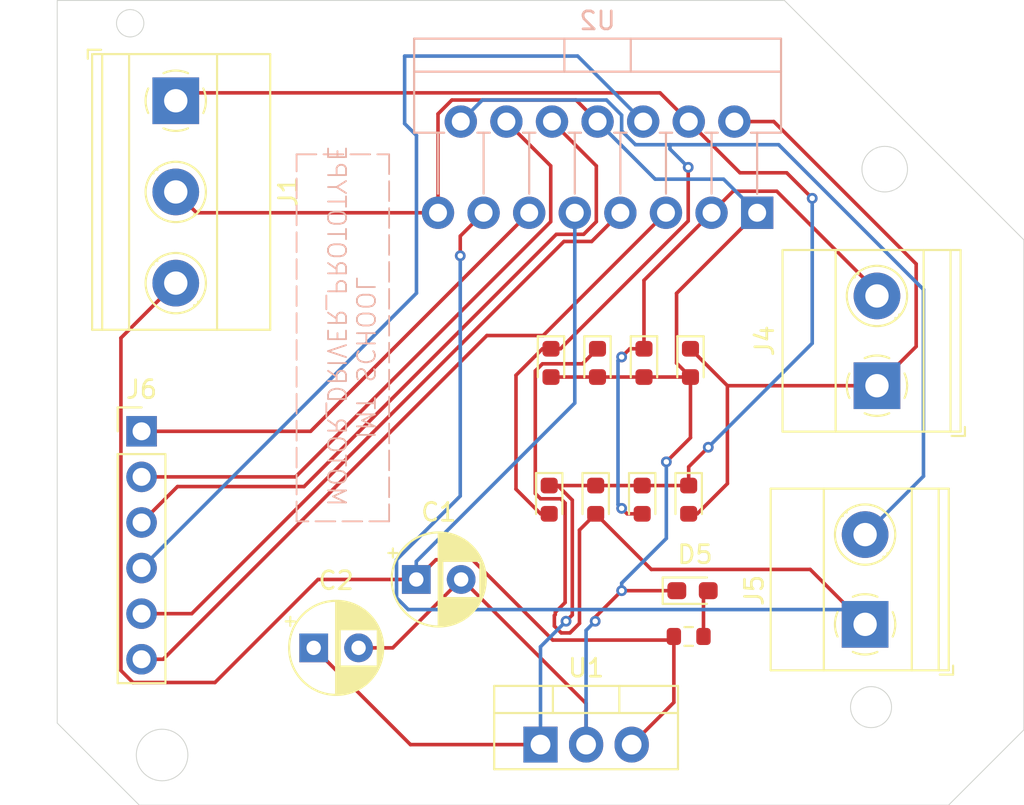
<source format=kicad_pcb>
(kicad_pcb (version 20240108) (generator "pcbnew") (generator_version "8.0")
  (layers (0 "F.Cu" signal) (31 "B.Cu" signal) (34 "B.Paste" user) (35 "F.Paste" user) (36 "B.SilkS" user "B.Silkscreen") (37 "F.SilkS" user "F.Silkscreen") (38 "B.Mask" user) (39 "F.Mask" user) (44 "Edge.Cuts" user))
  (net 0 "")
  (net 1 "/GND")
  (net 2 "/5V")
  (net 3 "/VCC")
  (net 4 "Net-(D5-A)")
  (net 5 "/A_OUT1")
  (net 6 "/A_OUT2")
  (net 7 "/B_OUT3")
  (net 8 "/B_OUT4")
  (net 9 "/IN4")
  (net 10 "/IN2")
  (net 11 "/IN1")
  (net 12 "/EnB")
  (net 13 "/IN3")
  (net 14 "/EnA")
  (footprint "TerminalBlock_Phoenix:TerminalBlock_Phoenix_MKDS-1,5-2_1x02_P5.00mm_Horizontal" (layer "F.Cu") (at 217.475 87.59 90)
    (property "Reference" "J5" (at 1.89 -6.175 90) (layer "F.SilkS"))
    (property "Value" "MotorB_Output")
    (pad "1" thru_hole rect (at 0 0 90) (size 2.6 2.6) (drill 1.3) (layers "*.Cu" "*.Mask") (net 7 "/B_OUT3"))
    (pad "2" thru_hole circle (at 5 0 90) (size 2.6 2.6) (drill 1.3) (layers "*.Cu" "*.Mask") (net 8 "/B_OUT4"))
  )
  (footprint "Resistor_SMD:R_0603_1608Metric" (layer "F.Cu") (at 207.645 88.265)
    (property "Reference" "R1" (hide yes))
    (property "Value" "1K")
    (pad "1" smd roundrect (at -0.825 0) (size 0.8 0.95) (layers "F.Cu" "F.Paste" "F.Mask") (net 2 "/5V"))
    (pad "2" smd roundrect (at 0.825 0) (size 0.8 0.95) (layers "F.Cu" "F.Paste" "F.Mask") (net 4 "Net-(D5-A)"))
  )
  (footprint "TerminalBlock_Phoenix:TerminalBlock_Phoenix_MKDS-1,5-3-5.08_1x03_P5.08mm_Horizontal" (layer "F.Cu") (at 179.07 58.42 -90)
    (property "Reference" "J1" (at 5.08 -6.26 90) (layer "F.SilkS"))
    (property "Value" "Power")
    (pad "1" thru_hole rect (at 0 0 270) (size 2.6 2.6) (drill 1.3) (layers "*.Cu" "*.Mask") (net 3 "/VCC"))
    (pad "2" thru_hole circle (at 5.08 0 270) (size 2.6 2.6) (drill 1.3) (layers "*.Cu" "*.Mask") (net 1 "/GND"))
    (pad "3" thru_hole circle (at 10.16 0 270) (size 2.6 2.6) (drill 1.3) (layers "*.Cu" "*.Mask") (net 2 "/5V"))
  )
  (footprint "Capacitor_THT:CP_Radial_D5.0mm_P2.50mm" (layer "F.Cu") (at 186.754888 88.9)
    (property "Reference" "C2" (at 1.25 -3.75 0) (layer "F.SilkS"))
    (property "Value" "220uf")
    (pad "1" thru_hole rect (at 0 0) (size 1.6 1.6) (drill 0.8) (layers "*.Cu" "*.Mask") (net 3 "/VCC"))
    (pad "2" thru_hole circle (at 2.5 0) (size 1.6 1.6) (drill 0.8) (layers "*.Cu" "*.Mask") (net 1 "/GND"))
  )
  (footprint "Capacitor_THT:CP_Radial_D5.0mm_P2.50mm" (layer "F.Cu") (at 192.469888 85.09)
    (property "Reference" "C1" (at 1.25 -3.75 0) (layer "F.SilkS"))
    (property "Value" "220uf")
    (pad "1" thru_hole rect (at 0 0) (size 1.6 1.6) (drill 0.8) (layers "*.Cu" "*.Mask") (net 2 "/5V"))
    (pad "2" thru_hole circle (at 2.5 0) (size 1.6 1.6) (drill 0.8) (layers "*.Cu" "*.Mask") (net 1 "/GND"))
  )
  (footprint "Diode_SMD:D_0603_1608Metric" (layer "F.Cu") (at 205.155 73.025 -90)
    (property "Reference" "D2" (hide yes))
    (property "Value" "D" (hide yes))
    (pad "1" smd roundrect (at -0.7875 0 270) (size 0.875 0.95) (layers "F.Cu" "F.Paste" "F.Mask") (net 6 "/A_OUT2"))
    (pad "2" smd roundrect (at 0.7875 0 270) (size 0.875 0.95) (layers "F.Cu" "F.Paste" "F.Mask") (net 1 "/GND"))
  )
  (footprint "Diode_SMD:D_0603_1608Metric" (layer "F.Cu") (at 199.975 73.025 -90)
    (property "Reference" "D4" (hide yes))
    (property "Value" "D" (hide yes))
    (pad "1" smd roundrect (at -0.7875 0 270) (size 0.875 0.95) (layers "F.Cu" "F.Paste" "F.Mask") (net 8 "/B_OUT4"))
    (pad "2" smd roundrect (at 0.7875 0 270) (size 0.875 0.95) (layers "F.Cu" "F.Paste" "F.Mask") (net 1 "/GND"))
  )
  (footprint "Connector_PinHeader_2.54mm:PinHeader_1x06_P2.54mm_Vertical" (layer "F.Cu") (at 177.165 76.835)
    (property "Reference" "J6" (at 0 -2.33 0) (layer "F.SilkS"))
    (property "Value" "Motor_Pins_Direction")
    (pad "1" thru_hole rect (at 0 0) (size 1.7 1.7) (drill 1) (layers "*.Cu" "*.Mask") (net 12 "/EnB"))
    (pad "2" thru_hole oval (at 0 2.54) (size 1.7 1.7) (drill 1) (layers "*.Cu" "*.Mask") (net 9 "/IN4"))
    (pad "3" thru_hole oval (at 0 5.08) (size 1.7 1.7) (drill 1) (layers "*.Cu" "*.Mask") (net 13 "/IN3"))
    (pad "4" thru_hole oval (at 0 7.62) (size 1.7 1.7) (drill 1) (layers "*.Cu" "*.Mask") (net 14 "/EnA"))
    (pad "5" thru_hole oval (at 0 10.16) (size 1.7 1.7) (drill 1) (layers "*.Cu" "*.Mask") (net 10 "/IN2"))
    (pad "6" thru_hole oval (at 0 12.7) (size 1.7 1.7) (drill 1) (layers "*.Cu" "*.Mask") (net 11 "/IN1"))
  )
  (footprint "TerminalBlock_Phoenix:TerminalBlock_Phoenix_MKDS-1,5-2_1x02_P5.00mm_Horizontal" (layer "F.Cu") (at 218.135 74.295 90)
    (property "Reference" "J4" (at 2.5 -6.26 90) (layer "F.SilkS"))
    (property "Value" "MotorA_Output")
    (pad "1" thru_hole rect (at 0 0 90) (size 2.6 2.6) (drill 1.3) (layers "*.Cu" "*.Mask") (net 5 "/A_OUT1"))
    (pad "2" thru_hole circle (at 5 0 90) (size 2.6 2.6) (drill 1.3) (layers "*.Cu" "*.Mask") (net 6 "/A_OUT2"))
  )
  (footprint "Package_TO_SOT_THT:TO-220-3_Vertical" (layer "F.Cu") (at 199.39 94.29)
    (property "Reference" "U1" (at 2.54 -4.27 0) (layer "F.SilkS"))
    (property "Value" "LM78M05_TO220")
    (pad "1" thru_hole rect (at 0 0) (size 1.905 2) (drill 1.1) (layers "*.Cu" "*.Mask") (net 3 "/VCC"))
    (pad "2" thru_hole oval (at 2.54 0) (size 1.905 2) (drill 1.1) (layers "*.Cu" "*.Mask") (net 1 "/GND"))
    (pad "3" thru_hole oval (at 5.08 0) (size 1.905 2) (drill 1.1) (layers "*.Cu" "*.Mask") (net 2 "/5V"))
  )
  (footprint "Diode_SMD:D_0603_1608Metric" (layer "F.Cu") (at 207.645 80.645 -90)
    (property "Reference" "D6" (hide yes))
    (property "Value" "D")
    (pad "1" smd roundrect (at -0.7875 0 270) (size 0.875 0.95) (layers "F.Cu" "F.Paste" "F.Mask") (net 3 "/VCC"))
    (pad "2" smd roundrect (at 0.7875 0 270) (size 0.875 0.95) (layers "F.Cu" "F.Paste" "F.Mask") (net 5 "/A_OUT1"))
  )
  (footprint "Diode_SMD:D_0603_1608Metric" (layer "F.Cu") (at 207.745 73.025 -90)
    (property "Reference" "D1" (hide yes))
    (property "Value" "D" (hide yes))
    (pad "1" smd roundrect (at -0.7875 0 270) (size 0.875 0.95) (layers "F.Cu" "F.Paste" "F.Mask") (net 5 "/A_OUT1"))
    (pad "2" smd roundrect (at 0.7875 0 270) (size 0.875 0.95) (layers "F.Cu" "F.Paste" "F.Mask") (net 1 "/GND"))
  )
  (footprint "LED_SMD:LED_0603_1608Metric_Pad1.05x0.95mm_HandSolder" (layer "F.Cu") (at 207.86 85.715)
    (property "Reference" "D5" (at 0.14 -2.015 0) (layer "F.SilkS"))
    (property "Value" "LED" (hide yes))
    (pad "1" smd roundrect (at -0.875 0) (size 1.05 0.95) (layers "F.Cu" "F.Paste" "F.Mask") (net 1 "/GND"))
    (pad "2" smd roundrect (at 0.875 0) (size 1.05 0.95) (layers "F.Cu" "F.Paste" "F.Mask") (net 4 "Net-(D5-A)"))
  )
  (footprint "Diode_SMD:D_0603_1608Metric" (layer "F.Cu") (at 205.055 80.645 -90)
    (property "Reference" "D7" (hide yes))
    (property "Value" "D")
    (pad "1" smd roundrect (at -0.7875 0 270) (size 0.875 0.95) (layers "F.Cu" "F.Paste" "F.Mask") (net 3 "/VCC"))
    (pad "2" smd roundrect (at 0.7875 0 270) (size 0.875 0.95) (layers "F.Cu" "F.Paste" "F.Mask") (net 6 "/A_OUT2"))
  )
  (footprint "Diode_SMD:D_0603_1608Metric" (layer "F.Cu") (at 202.465 80.645 -90)
    (property "Reference" "D8" (hide yes))
    (property "Value" "D")
    (pad "1" smd roundrect (at -0.7875 0 270) (size 0.875 0.95) (layers "F.Cu" "F.Paste" "F.Mask") (net 3 "/VCC"))
    (pad "2" smd roundrect (at 0.7875 0 270) (size 0.875 0.95) (layers "F.Cu" "F.Paste" "F.Mask") (net 7 "/B_OUT3"))
  )
  (footprint "Diode_SMD:D_0603_1608Metric" (layer "F.Cu") (at 199.875 80.645 -90)
    (property "Reference" "D9" (hide yes))
    (property "Value" "D")
    (pad "1" smd roundrect (at -0.7875 0 270) (size 0.875 0.95) (layers "F.Cu" "F.Paste" "F.Mask") (net 3 "/VCC"))
    (pad "2" smd roundrect (at 0.7875 0 270) (size 0.875 0.95) (layers "F.Cu" "F.Paste" "F.Mask") (net 8 "/B_OUT4"))
  )
  (footprint "Diode_SMD:D_0603_1608Metric" (layer "F.Cu") (at 202.565 73.025 -90)
    (property "Reference" "D3" (hide yes))
    (property "Value" "D" (hide yes))
    (pad "1" smd roundrect (at -0.7875 0 270) (size 0.875 0.95) (layers "F.Cu" "F.Paste" "F.Mask") (net 7 "/B_OUT3"))
    (pad "2" smd roundrect (at 0.7875 0 270) (size 0.875 0.95) (layers "F.Cu" "F.Paste" "F.Mask") (net 1 "/GND"))
  )
  (footprint "Package_TO_SOT_THT:TO-220-15_P2.54x2.54mm_StaggerOdd_Lead4.58mm_Vertical" (layer "B.Cu") (at 211.46 64.66 180)
    (property "Reference" "U2" (at 8.89 10.7 0) (layer "B.SilkS") (effects (justify mirror)))
    (property "Value" "L298N")
    (pad "1" thru_hole rect (at 0 0 180) (size 1.8 1.8) (drill 1) (layers "*.Cu" "*.Mask") (net 1 "/GND"))
    (pad "2" thru_hole oval (at 1.27 5.08 180) (size 1.8 1.8) (drill 1) (layers "*.Cu" "*.Mask") (net 5 "/A_OUT1"))
    (pad "3" thru_hole oval (at 2.54 0 180) (size 1.8 1.8) (drill 1) (layers "*.Cu" "*.Mask") (net 6 "/A_OUT2"))
    (pad "4" thru_hole oval (at 3.81 5.08 180) (size 1.8 1.8) (drill 1) (layers "*.Cu" "*.Mask") (net 3 "/VCC"))
    (pad "5" thru_hole oval (at 5.08 0 180) (size 1.8 1.8) (drill 1) (layers "*.Cu" "*.Mask") (net 11 "/IN1"))
    (pad "6" thru_hole oval (at 6.35 5.08 180) (size 1.8 1.8) (drill 1) (layers "*.Cu" "*.Mask") (net 14 "/EnA"))
    (pad "7" thru_hole oval (at 7.62 0 180) (size 1.8 1.8) (drill 1) (layers "*.Cu" "*.Mask") (net 10 "/IN2"))
    (pad "8" thru_hole oval (at 8.89 5.08 180) (size 1.8 1.8) (drill 1) (layers "*.Cu" "*.Mask") (net 1 "/GND"))
    (pad "9" thru_hole oval (at 10.16 0 180) (size 1.8 1.8) (drill 1) (layers "*.Cu" "*.Mask") (net 2 "/5V"))
    (pad "10" thru_hole oval (at 11.43 5.08 180) (size 1.8 1.8) (drill 1) (layers "*.Cu" "*.Mask") (net 13 "/IN3"))
    (pad "11" thru_hole oval (at 12.7 0 180) (size 1.8 1.8) (drill 1) (layers "*.Cu" "*.Mask") (net 12 "/EnB"))
    (pad "12" thru_hole oval (at 13.97 5.08 180) (size 1.8 1.8) (drill 1) (layers "*.Cu" "*.Mask") (net 9 "/IN4"))
    (pad "13" thru_hole oval (at 15.24 0 180) (size 1.8 1.8) (drill 1) (layers "*.Cu" "*.Mask") (net 7 "/B_OUT3"))
    (pad "14" thru_hole oval (at 16.51 5.08 180) (size 1.8 1.8) (drill 1) (layers "*.Cu" "*.Mask") (net 8 "/B_OUT4"))
    (pad "15" thru_hole oval (at 17.78 0 180) (size 1.8 1.8) (drill 1) (layers "*.Cu" "*.Mask") (net 1 "/GND"))
  )
  (gr_circle (center 218.567 62.23) (end 218.567 63.5) (stroke (width 0.05)) (fill none) (layer "Edge.Cuts"))
  (gr_circle (center 176.53 54.102) (end 175.768 54.102) (stroke (width 0.05)) (fill none) (layer "Edge.Cuts"))
  (gr_poly (pts (xy 172.466 52.832) (xy 172.466 93.091) (xy 177.038 97.663) (xy 222.123 97.663) (xy 226.314 93.472) (xy 226.314 66.167) (xy 212.979 52.832)) (stroke (width 0.05)) (fill none) (layer "Edge.Cuts"))
  (gr_circle (center 217.805 92.202) (end 217.805 93.345) (stroke (width 0.05)) (fill none) (layer "Edge.Cuts"))
  (gr_circle (center 178.308 94.869) (end 179.324 95.885) (stroke (width 0.05)) (fill none) (layer "Edge.Cuts"))
  (gr_text_box "	IMT SCHOOL \nMOTOR_DRIVER_PROTOTYPE" (start 185.801 61.4045) (end 190.9572 81.8515) (angle 270) (layer "B.SilkS") (effects (font (size 1 1) (thickness 0.1)) (justify left top mirror)) (border yes) (stroke (width 0.1) (type dash)))
  (segment (start 205.155 73.8125) (end 202.565 73.8125) (width 0.2) (layer "F.Cu") (net 1))
  (segment (start 193.68 64.66) (end 193.68 59.152943) (width 0.2) (layer "F.Cu") (net 1))
  (segment (start 201.37 58.38) (end 202.57 59.58) (width 0.2) (layer "F.Cu") (net 1))
  (segment (start 194.452943 58.38) (end 201.37 58.38) (width 0.2) (layer "F.Cu") (net 1))
  (segment (start 194.969888 85.09) (end 195.0212 85.09) (width 0.2) (layer "F.Cu") (net 1))
  (segment (start 193.68 59.152943) (end 194.452943 58.38) (width 0.2) (layer "F.Cu") (net 1))
  (segment (start 206.97 73.0375) (end 206.97 69.15) (width 0.2) (layer "F.Cu") (net 1))
  (segment (start 206.97 69.15) (end 211.46 64.66) (width 0.2) (layer "F.Cu") (net 1))
  (segment (start 202.438 87.1882) (end 202.438 87.4164) (width 0.2) (layer "F.Cu") (net 1))
  (segment (start 195.0212 85.09) (end 201.93 91.9988) (width 0.2) (layer "F.Cu") (net 1))
  (segment (start 203.9112 85.715) (end 202.438 87.1882) (width 0.2) (layer "F.Cu") (net 1))
  (segment (start 207.745 77.1922) (end 206.4004 78.5368) (width 0.2) (layer "F.Cu") (net 1))
  (segment (start 207.745 73.8125) (end 207.745 77.1922) (width 0.2) (layer "F.Cu") (net 1))
  (segment (start 191.159888 88.9) (end 194.969888 85.09) (width 0.2) (layer "F.Cu") (net 1))
  (segment (start 207.745 73.8125) (end 205.155 73.8125) (width 0.2) (layer "F.Cu") (net 1))
  (segment (start 207.745 73.8125) (end 206.97 73.0375) (width 0.2) (layer "F.Cu") (net 1))
  (segment (start 193.68 64.66) (end 180.23 64.66) (width 0.2) (layer "F.Cu") (net 1))
  (segment (start 201.93 91.9988) (end 201.93 94.29) (width 0.2) (layer "F.Cu") (net 1))
  (segment (start 189.254888 88.9) (end 191.159888 88.9) (width 0.2) (layer "F.Cu") (net 1))
  (segment (start 199.975 73.8125) (end 202.565 73.8125) (width 0.2) (layer "F.Cu") (net 1))
  (segment (start 206.985 85.715) (end 203.9112 85.715) (width 0.2) (layer "F.Cu") (net 1))
  (segment (start 180.23 64.66) (end 179.07 63.5) (width 0.2) (layer "F.Cu") (net 1))
  (via (at 203.9112 85.715) (size 0.6) (drill 0.3) (layers "F.Cu" "B.Cu") (net 1))
  (via (at 206.4004 78.5368) (size 0.6) (drill 0.3) (layers "F.Cu" "B.Cu") (net 1))
  (via (at 202.438 87.4164) (size 0.6) (drill 0.3) (layers "F.Cu" "B.Cu") (net 1))
  (segment (start 202.57 59.58) (end 205.7788 62.7888) (width 0.2) (layer "B.Cu") (net 1))
  (segment (start 203.9112 85.2932) (end 203.9112 85.715) (width 0.2) (layer "B.Cu") (net 1))
  (segment (start 201.93 87.9244) (end 202.438 87.4164) (width 0.2) (layer "B.Cu") (net 1))
  (segment (start 209.5888 62.7888) (end 211.46 64.66) (width 0.2) (layer "B.Cu") (net 1))
  (segment (start 205.7788 62.7888) (end 209.5888 62.7888) (width 0.2) (layer "B.Cu") (net 1))
  (segment (start 206.4004 78.5368) (end 206.4004 82.804) (width 0.2) (layer "B.Cu") (net 1))
  (segment (start 206.4004 82.804) (end 203.9112 85.2932) (width 0.2) (layer "B.Cu") (net 1))
  (segment (start 201.93 94.29) (end 201.93 87.9244) (width 0.2) (layer "B.Cu") (net 1))
  (segment (start 204.47 94.29) (end 206.82 91.94) (width 0.2) (layer "F.Cu") (net 2))
  (segment (start 195.5976 83.99) (end 200.074 88.4664) (width 0.2) (layer "F.Cu") (net 2))
  (segment (start 200.074 88.4664) (end 206.6186 88.4664) (width 0.2) (layer "F.Cu") (net 2))
  (segment (start 192.469888 85.09) (end 193.569888 83.99) (width 0.2) (layer "F.Cu") (net 2))
  (segment (start 193.569888 83.99) (end 195.5976 83.99) (width 0.2) (layer "F.Cu") (net 2))
  (segment (start 176.015 90.163) (end 176.6824 90.8304) (width 0.2) (layer "F.Cu") (net 2))
  (segment (start 206.82 91.94) (end 206.82 88.265) (width 0.2) (layer "F.Cu") (net 2))
  (segment (start 176.015 71.635) (end 176.015 90.163) (width 0.2) (layer "F.Cu") (net 2))
  (segment (start 206.6186 88.4664) (end 206.82 88.265) (width 0.2) (layer "F.Cu") (net 2))
  (segment (start 179.07 68.58) (end 176.015 71.635) (width 0.2) (layer "F.Cu") (net 2))
  (segment (start 181.2544 90.8304) (end 186.9948 85.09) (width 0.2) (layer "F.Cu") (net 2))
  (segment (start 176.6824 90.8304) (end 181.2544 90.8304) (width 0.2) (layer "F.Cu") (net 2))
  (segment (start 186.9948 85.09) (end 192.469888 85.09) (width 0.2) (layer "F.Cu") (net 2))
  (segment (start 192.469888 84.09) (end 192.469888 85.09) (width 0.2) (layer "B.Cu") (net 2))
  (segment (start 201.3 75.259888) (end 192.469888 84.09) (width 0.2) (layer "B.Cu") (net 2))
  (segment (start 201.3 64.66) (end 201.3 75.259888) (width 0.2) (layer "B.Cu") (net 2))
  (segment (start 213.106007 62.4332) (end 214.528393 63.855586) (width 0.2) (layer "F.Cu") (net 3))
  (segment (start 199.39 94.29) (end 192.144888 94.29) (width 0.2) (layer "F.Cu") (net 3))
  (segment (start 201.1616 80.669101) (end 201.1616 87.0672) (width 0.2) (layer "F.Cu") (net 3))
  (segment (start 206.05 57.98) (end 179.51 57.98) (width 0.2) (layer "F.Cu") (net 3))
  (segment (start 200.349999 79.8575) (end 201.1616 80.669101) (width 0.2) (layer "F.Cu") (net 3))
  (segment (start 207.65 59.58) (end 206.05 57.98) (width 0.2) (layer "F.Cu") (net 3))
  (segment (start 201.1616 87.0672) (end 200.8124 87.4164) (width 0.2) (layer "F.Cu") (net 3))
  (segment (start 207.645 79.8575) (end 205.055 79.8575) (width 0.2) (layer "F.Cu") (net 3))
  (segment (start 179.51 57.98) (end 179.07 58.42) (width 0.2) (layer "F.Cu") (net 3))
  (segment (start 199.875 79.8575) (end 202.465 79.8575) (width 0.2) (layer "F.Cu") (net 3))
  (segment (start 208.7372 77.724) (end 207.645 78.8162) (width 0.2) (layer "F.Cu") (net 3))
  (segment (start 199.875 79.8575) (end 200.349999 79.8575) (width 0.2) (layer "F.Cu") (net 3))
  (segment (start 202.465 79.8575) (end 205.055 79.8575) (width 0.2) (layer "F.Cu") (net 3))
  (segment (start 210.5032 62.4332) (end 213.106007 62.4332) (width 0.2) (layer "F.Cu") (net 3))
  (segment (start 207.65 59.58) (end 210.5032 62.4332) (width 0.2) (layer "F.Cu") (net 3))
  (segment (start 192.144888 94.29) (end 186.754888 88.9) (width 0.2) (layer "F.Cu") (net 3))
  (segment (start 207.645 78.8162) (end 207.645 79.8575) (width 0.2) (layer "F.Cu") (net 3))
  (via (at 200.8124 87.4164) (size 0.6) (drill 0.3) (layers "F.Cu" "B.Cu") (net 3))
  (via (at 214.528393 63.855586) (size 0.6) (drill 0.3) (layers "F.Cu" "B.Cu") (net 3))
  (via (at 208.7372 77.724) (size 0.6) (drill 0.3) (layers "F.Cu" "B.Cu") (net 3))
  (segment (start 199.39 94.29) (end 199.39 88.8388) (width 0.2) (layer "B.Cu") (net 3))
  (segment (start 214.528393 63.855586) (end 214.528393 71.932807) (width 0.2) (layer "B.Cu") (net 3))
  (segment (start 214.528393 71.932807) (end 208.7372 77.724) (width 0.2) (layer "B.Cu") (net 3))
  (segment (start 199.39 88.8388) (end 200.8124 87.4164) (width 0.2) (layer "B.Cu") (net 3))
  (segment (start 208.47 88.265) (end 208.47 85.98) (width 0.2) (layer "F.Cu") (net 4))
  (segment (start 208.47 85.98) (end 208.735 85.715) (width 0.2) (layer "F.Cu") (net 4))
  (segment (start 209.8025 79.749999) (end 208.119999 81.4325) (width 0.2) (layer "F.Cu") (net 5))
  (segment (start 209.8025 74.295) (end 207.745 72.2375) (width 0.2) (layer "F.Cu") (net 5))
  (segment (start 218.135 74.295) (end 209.8025 74.295) (width 0.2) (layer "F.Cu") (net 5))
  (segment (start 208.119999 81.4325) (end 207.645 81.4325) (width 0.2) (layer "F.Cu") (net 5))
  (segment (start 212.3864 59.58) (end 220.3196 67.5132) (width 0.2) (layer "F.Cu") (net 5))
  (segment (start 220.3196 67.5132) (end 220.3196 72.1104) (width 0.2) (layer "F.Cu") (net 5))
  (segment (start 220.3196 72.1104) (end 218.135 74.295) (width 0.2) (layer "F.Cu") (net 5))
  (segment (start 210.19 59.58) (end 212.3864 59.58) (width 0.2) (layer "F.Cu") (net 5))
  (segment (start 209.8025 74.295) (end 209.8025 79.749999) (width 0.2) (layer "F.Cu") (net 5))
  (segment (start 210.12 63.46) (end 208.92 64.66) (width 0.2) (layer "F.Cu") (net 6))
  (segment (start 205.155 72.2375) (end 204.3685 72.2375) (width 0.2) (layer "F.Cu") (net 6))
  (segment (start 204.2161 81.4325) (end 203.9112 81.1276) (width 0.2) (layer "F.Cu") (net 6))
  (segment (start 204.3685 72.2375) (end 203.9112 72.6948) (width 0.2) (layer "F.Cu") (net 6))
  (segment (start 208.92 64.66) (end 205.155 68.425) (width 0.2) (layer "F.Cu") (net 6))
  (segment (start 205.055 81.4325) (end 204.2161 81.4325) (width 0.2) (layer "F.Cu") (net 6))
  (segment (start 205.155 68.425) (end 205.155 72.2375) (width 0.2) (layer "F.Cu") (net 6))
  (segment (start 218.135 69.041839) (end 212.553161 63.46) (width 0.2) (layer "F.Cu") (net 6))
  (segment (start 218.135 69.295) (end 218.135 69.041839) (width 0.2) (layer "F.Cu") (net 6))
  (segment (start 212.553161 63.46) (end 210.12 63.46) (width 0.2) (layer "F.Cu") (net 6))
  (via (at 203.9112 72.6948) (size 0.6) (drill 0.3) (layers "F.Cu" "B.Cu") (net 6))
  (via (at 203.9112 81.1276) (size 0.6) (drill 0.3) (layers "F.Cu" "B.Cu") (net 6))
  (segment (start 203.708 72.898) (end 203.9112 72.6948) (width 0.2) (layer "B.Cu") (net 6))
  (segment (start 203.708 80.9244) (end 203.708 72.898) (width 0.2) (layer "B.Cu") (net 6))
  (segment (start 203.9112 81.1276) (end 203.708 80.9244) (width 0.2) (layer "B.Cu") (net 6))
  (segment (start 214.4162 84.5312) (end 205.5637 84.5312) (width 0.2) (layer "F.Cu") (net 7))
  (segment (start 201.5616 82.3359) (end 202.465 81.4325) (width 0.2) (layer "F.Cu") (net 7))
  (segment (start 200.2124 87.046361) (end 200.1624 87.096361) (width 0.2) (layer "F.Cu") (net 7))
  (segment (start 199.497814 73.075) (end 199.1 73.472814) (width 0.2) (layer "F.Cu") (net 7))
  (segment (start 200.521813 80.595) (end 200.7616 80.834787) (width 0.2) (layer "F.Cu") (net 7))
  (segment (start 201.7275 73.075) (end 199.497814 73.075) (width 0.2) (layer "F.Cu") (net 7))
  (segment (start 200.1624 87.096361) (end 200.1624 87.685639) (width 0.2) (layer "F.Cu") (net 7))
  (segment (start 200.7616 86.375071) (end 200.2124 86.924271) (width 0.2) (layer "F.Cu") (net 7))
  (segment (start 199.397814 80.595) (end 200.521813 80.595) (width 0.2) (layer "F.Cu") (net 7))
  (segment (start 200.543161 88.0664) (end 201.030839 88.0664) (width 0.2) (layer "F.Cu") (net 7))
  (segment (start 201.030839 88.0664) (end 201.5616 87.535639) (width 0.2) (layer "F.Cu") (net 7))
  (segment (start 199.1 73.472814) (end 199.1 80.297186) (width 0.2) (layer "F.Cu") (net 7))
  (segment (start 205.5637 84.5312) (end 202.465 81.4325) (width 0.2) (layer "F.Cu") (net 7))
  (segment (start 201.5616 87.535639) (end 201.5616 82.3359) (width 0.2) (layer "F.Cu") (net 7))
  (segment (start 194.9196 65.9604) (end 194.9196 67.056) (width 0.2) (layer "F.Cu") (net 7))
  (segment (start 200.7616 80.834787) (end 200.7616 86.375071) (width 0.2) (layer "F.Cu") (net 7))
  (segment (start 199.1 80.297186) (end 199.397814 80.595) (width 0.2) (layer "F.Cu") (net 7))
  (segment (start 202.565 72.2375) (end 201.7275 73.075) (width 0.2) (layer "F.Cu") (net 7))
  (segment (start 200.2124 86.924271) (end 200.2124 87.046361) (width 0.2) (layer "F.Cu") (net 7))
  (segment (start 196.22 64.66) (end 194.9196 65.9604) (width 0.2) (layer "F.Cu") (net 7))
  (segment (start 200.1624 87.685639) (end 200.543161 88.0664) (width 0.2) (layer "F.Cu") (net 7))
  (segment (start 217.475 87.59) (end 214.4162 84.5312) (width 0.2) (layer "F.Cu") (net 7))
  (via (at 194.9196 67.056) (size 0.6) (drill 0.3) (layers "F.Cu" "B.Cu") (net 7))
  (segment (start 191.369888 83.99) (end 191.369888 86.112288) (width 0.2) (layer "B.Cu") (net 7))
  (segment (start 191.369888 86.112288) (end 192.024 86.7664) (width 0.2) (layer "B.Cu") (net 7))
  (segment (start 216.6514 86.7664) (end 217.475 87.59) (width 0.2) (layer "B.Cu") (net 7))
  (segment (start 194.9196 67.056) (end 194.9196 80.440288) (width 0.2) (layer "B.Cu") (net 7))
  (segment (start 194.9196 80.440288) (end 191.369888 83.99) (width 0.2) (layer "B.Cu") (net 7))
  (segment (start 192.024 86.7664) (end 216.6514 86.7664) (width 0.2) (layer "B.Cu") (net 7))
  (segment (start 199.975 72.2375) (end 200.499557 72.2375) (width 0.2) (layer "F.Cu") (net 8))
  (segment (start 198.0248 80.057299) (end 199.400001 81.4325) (width 0.2) (layer "F.Cu") (net 8))
  (segment (start 199.500001 72.2375) (end 198.0248 73.712701) (width 0.2) (layer "F.Cu") (net 8))
  (segment (start 199.975 72.2375) (end 199.500001 72.2375) (width 0.2) (layer "F.Cu") (net 8))
  (segment (start 198.0248 73.712701) (end 198.0248 80.057299) (width 0.2) (layer "F.Cu") (net 8))
  (segment (start 207.6196 65.117457) (end 207.6196 62.1284) (width 0.2) (layer "F.Cu") (net 8))
  (segment (start 200.499557 72.2375) (end 207.6196 65.117457) (width 0.2) (layer "F.Cu") (net 8))
  (segment (start 199.400001 81.4325) (end 199.875 81.4325) (width 0.2) (layer "F.Cu") (net 8))
  (via (at 207.6196 62.1284) (size 0.6) (drill 0.3) (layers "F.Cu" "B.Cu") (net 8))
  (segment (start 196.15 58.38) (end 203.067057 58.38) (width 0.2) (layer "B.Cu") (net 8))
  (segment (start 206.6036 61.1124) (end 206.6036 60.8688) (width 0.2) (layer "B.Cu") (net 8))
  (segment (start 220.726 79.339) (end 217.475 82.59) (width 0.2) (layer "B.Cu") (net 8))
  (segment (start 194.95 59.58) (end 196.15 58.38) (width 0.2) (layer "B.Cu") (net 8))
  (segment (start 220.726 68.9356) (end 220.726 79.339) (width 0.2) (layer "B.Cu") (net 8))
  (segment (start 204.6836 60.8688) (end 206.6036 60.8688) (width 0.2) (layer "B.Cu") (net 8))
  (segment (start 207.6196 62.1284) (end 206.6036 61.1124) (width 0.2) (layer "B.Cu") (net 8))
  (segment (start 203.91 59.222943) (end 203.91 60.0952) (width 0.2) (layer "B.Cu") (net 8))
  (segment (start 212.6592 60.8688) (end 220.726 68.9356) (width 0.2) (layer "B.Cu") (net 8))
  (segment (start 203.91 60.0952) (end 204.6836 60.8688) (width 0.2) (layer "B.Cu") (net 8))
  (segment (start 203.067057 58.38) (end 203.91 59.222943) (width 0.2) (layer "B.Cu") (net 8))
  (segment (start 206.6036 60.8688) (end 212.6592 60.8688) (width 0.2) (layer "B.Cu") (net 8))
  (segment (start 185.742057 79.375) (end 199.96 65.157057) (width 0.2) (layer "F.Cu") (net 9))
  (segment (start 199.96 62.05) (end 197.49 59.58) (width 0.2) (layer "F.Cu") (net 9))
  (segment (start 177.165 79.375) (end 185.742057 79.375) (width 0.2) (layer "F.Cu") (net 9))
  (segment (start 199.96 65.157057) (end 199.96 62.05) (width 0.2) (layer "F.Cu") (net 9))
  (segment (start 203.84 64.66) (end 202.24 66.26) (width 0.2) (layer "F.Cu") (net 10))
  (segment (start 200.694 66.26) (end 179.959 86.995) (width 0.2) (layer "F.Cu") (net 10))
  (segment (start 179.959 86.995) (end 177.165 86.995) (width 0.2) (layer "F.Cu") (net 10))
  (segment (start 202.24 66.26) (end 200.694 66.26) (width 0.2) (layer "F.Cu") (net 10))
  (segment (start 199.54 71.5) (end 206.38 64.66) (width 0.2) (layer "F.Cu") (net 11))
  (segment (start 177.165 89.535) (end 178.367081 89.535) (width 0.2) (layer "F.Cu") (net 11))
  (segment (start 178.367081 89.535) (end 196.402081 71.5) (width 0.2) (layer "F.Cu") (net 11))
  (segment (start 196.402081 71.5) (end 199.54 71.5) (width 0.2) (layer "F.Cu") (net 11))
  (segment (start 177.165 76.835) (end 186.585 76.835) (width 0.2) (layer "F.Cu") (net 12))
  (segment (start 186.585 76.835) (end 198.76 64.66) (width 0.2) (layer "F.Cu") (net 12))
  (segment (start 201.797057 65.86) (end 202.5 65.157057) (width 0.2) (layer "F.Cu") (net 13))
  (segment (start 186.219514 79.9148) (end 200.274314 65.86) (width 0.2) (layer "F.Cu") (net 13))
  (segment (start 202.5 65.157057) (end 202.5 62.05) (width 0.2) (layer "F.Cu") (net 13))
  (segment (start 179.1652 79.9148) (end 186.219514 79.9148) (width 0.2) (layer "F.Cu") (net 13))
  (segment (start 177.165 81.915) (end 179.1652 79.9148) (width 0.2) (layer "F.Cu") (net 13))
  (segment (start 200.274314 65.86) (end 201.797057 65.86) (width 0.2) (layer "F.Cu") (net 13))
  (segment (start 202.5 62.05) (end 200.03 59.58) (width 0.2) (layer "F.Cu") (net 13))
  (segment (start 192.48 69.14) (end 192.48 60.352943) (width 0.2) (layer "B.Cu") (net 14))
  (segment (start 191.8208 59.693743) (end 191.8208 55.9308) (width 0.2) (layer "B.Cu") (net 14))
  (segment (start 201.4608 55.9308) (end 205.11 59.58) (width 0.2) (layer "B.Cu") (net 14))
  (segment (start 192.48 60.352943) (end 191.8208 59.693743) (width 0.2) (layer "B.Cu") (net 14))
  (segment (start 177.165 84.455) (end 192.48 69.14) (width 0.2) (layer "B.Cu") (net 14))
  (segment (start 191.8208 55.9308) (end 201.4608 55.9308) (width 0.2) (layer "B.Cu") (net 14))
)
</source>
